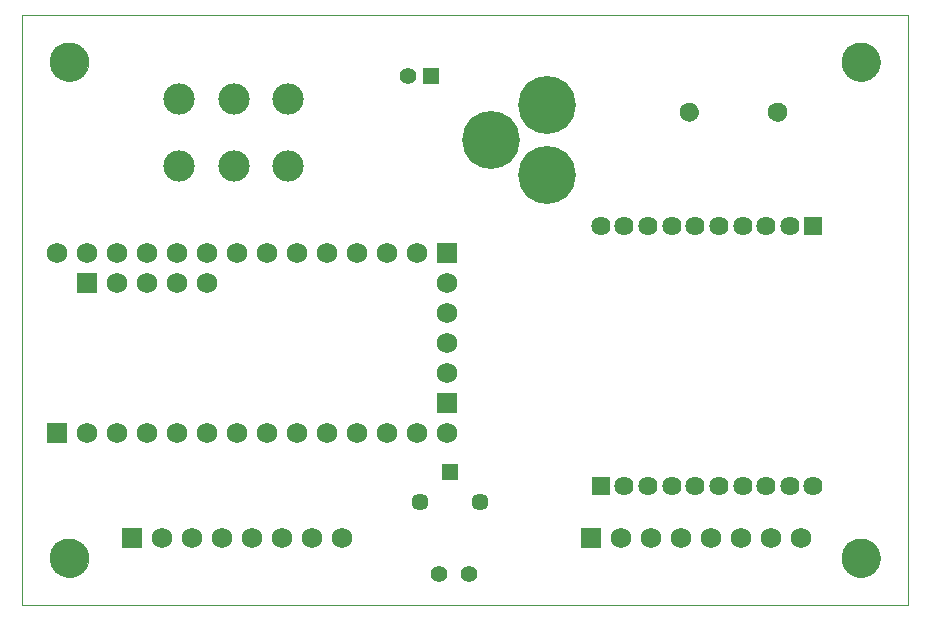
<source format=gbs>
G75*
%MOIN*%
%OFA0B0*%
%FSLAX25Y25*%
%IPPOS*%
%LPD*%
%AMOC8*
5,1,8,0,0,1.08239X$1,22.5*
%
%ADD10C,0.00000*%
%ADD11C,0.06306*%
%ADD12R,0.06900X0.06900*%
%ADD13C,0.06900*%
%ADD14C,0.12998*%
%ADD15R,0.06400X0.06400*%
%ADD16C,0.06400*%
%ADD17C,0.05550*%
%ADD18R,0.05550X0.05550*%
%ADD19C,0.19298*%
%ADD20C,0.05715*%
%ADD21R,0.05715X0.05715*%
%ADD22C,0.10439*%
D10*
X0048837Y0076492D02*
X0048837Y0273343D01*
X0344113Y0273343D01*
X0344113Y0076492D01*
X0048837Y0076492D01*
X0058286Y0092240D02*
X0058288Y0092398D01*
X0058294Y0092556D01*
X0058304Y0092714D01*
X0058318Y0092872D01*
X0058336Y0093029D01*
X0058357Y0093186D01*
X0058383Y0093342D01*
X0058413Y0093498D01*
X0058446Y0093653D01*
X0058484Y0093806D01*
X0058525Y0093959D01*
X0058570Y0094111D01*
X0058619Y0094262D01*
X0058672Y0094411D01*
X0058728Y0094559D01*
X0058788Y0094705D01*
X0058852Y0094850D01*
X0058920Y0094993D01*
X0058991Y0095135D01*
X0059065Y0095275D01*
X0059143Y0095412D01*
X0059225Y0095548D01*
X0059309Y0095682D01*
X0059398Y0095813D01*
X0059489Y0095942D01*
X0059584Y0096069D01*
X0059681Y0096194D01*
X0059782Y0096316D01*
X0059886Y0096435D01*
X0059993Y0096552D01*
X0060103Y0096666D01*
X0060216Y0096777D01*
X0060331Y0096886D01*
X0060449Y0096991D01*
X0060570Y0097093D01*
X0060693Y0097193D01*
X0060819Y0097289D01*
X0060947Y0097382D01*
X0061077Y0097472D01*
X0061210Y0097558D01*
X0061345Y0097642D01*
X0061481Y0097721D01*
X0061620Y0097798D01*
X0061761Y0097870D01*
X0061903Y0097940D01*
X0062047Y0098005D01*
X0062193Y0098067D01*
X0062340Y0098125D01*
X0062489Y0098180D01*
X0062639Y0098231D01*
X0062790Y0098278D01*
X0062942Y0098321D01*
X0063095Y0098360D01*
X0063250Y0098396D01*
X0063405Y0098427D01*
X0063561Y0098455D01*
X0063717Y0098479D01*
X0063874Y0098499D01*
X0064032Y0098515D01*
X0064189Y0098527D01*
X0064348Y0098535D01*
X0064506Y0098539D01*
X0064664Y0098539D01*
X0064822Y0098535D01*
X0064981Y0098527D01*
X0065138Y0098515D01*
X0065296Y0098499D01*
X0065453Y0098479D01*
X0065609Y0098455D01*
X0065765Y0098427D01*
X0065920Y0098396D01*
X0066075Y0098360D01*
X0066228Y0098321D01*
X0066380Y0098278D01*
X0066531Y0098231D01*
X0066681Y0098180D01*
X0066830Y0098125D01*
X0066977Y0098067D01*
X0067123Y0098005D01*
X0067267Y0097940D01*
X0067409Y0097870D01*
X0067550Y0097798D01*
X0067689Y0097721D01*
X0067825Y0097642D01*
X0067960Y0097558D01*
X0068093Y0097472D01*
X0068223Y0097382D01*
X0068351Y0097289D01*
X0068477Y0097193D01*
X0068600Y0097093D01*
X0068721Y0096991D01*
X0068839Y0096886D01*
X0068954Y0096777D01*
X0069067Y0096666D01*
X0069177Y0096552D01*
X0069284Y0096435D01*
X0069388Y0096316D01*
X0069489Y0096194D01*
X0069586Y0096069D01*
X0069681Y0095942D01*
X0069772Y0095813D01*
X0069861Y0095682D01*
X0069945Y0095548D01*
X0070027Y0095412D01*
X0070105Y0095275D01*
X0070179Y0095135D01*
X0070250Y0094993D01*
X0070318Y0094850D01*
X0070382Y0094705D01*
X0070442Y0094559D01*
X0070498Y0094411D01*
X0070551Y0094262D01*
X0070600Y0094111D01*
X0070645Y0093959D01*
X0070686Y0093806D01*
X0070724Y0093653D01*
X0070757Y0093498D01*
X0070787Y0093342D01*
X0070813Y0093186D01*
X0070834Y0093029D01*
X0070852Y0092872D01*
X0070866Y0092714D01*
X0070876Y0092556D01*
X0070882Y0092398D01*
X0070884Y0092240D01*
X0070882Y0092082D01*
X0070876Y0091924D01*
X0070866Y0091766D01*
X0070852Y0091608D01*
X0070834Y0091451D01*
X0070813Y0091294D01*
X0070787Y0091138D01*
X0070757Y0090982D01*
X0070724Y0090827D01*
X0070686Y0090674D01*
X0070645Y0090521D01*
X0070600Y0090369D01*
X0070551Y0090218D01*
X0070498Y0090069D01*
X0070442Y0089921D01*
X0070382Y0089775D01*
X0070318Y0089630D01*
X0070250Y0089487D01*
X0070179Y0089345D01*
X0070105Y0089205D01*
X0070027Y0089068D01*
X0069945Y0088932D01*
X0069861Y0088798D01*
X0069772Y0088667D01*
X0069681Y0088538D01*
X0069586Y0088411D01*
X0069489Y0088286D01*
X0069388Y0088164D01*
X0069284Y0088045D01*
X0069177Y0087928D01*
X0069067Y0087814D01*
X0068954Y0087703D01*
X0068839Y0087594D01*
X0068721Y0087489D01*
X0068600Y0087387D01*
X0068477Y0087287D01*
X0068351Y0087191D01*
X0068223Y0087098D01*
X0068093Y0087008D01*
X0067960Y0086922D01*
X0067825Y0086838D01*
X0067689Y0086759D01*
X0067550Y0086682D01*
X0067409Y0086610D01*
X0067267Y0086540D01*
X0067123Y0086475D01*
X0066977Y0086413D01*
X0066830Y0086355D01*
X0066681Y0086300D01*
X0066531Y0086249D01*
X0066380Y0086202D01*
X0066228Y0086159D01*
X0066075Y0086120D01*
X0065920Y0086084D01*
X0065765Y0086053D01*
X0065609Y0086025D01*
X0065453Y0086001D01*
X0065296Y0085981D01*
X0065138Y0085965D01*
X0064981Y0085953D01*
X0064822Y0085945D01*
X0064664Y0085941D01*
X0064506Y0085941D01*
X0064348Y0085945D01*
X0064189Y0085953D01*
X0064032Y0085965D01*
X0063874Y0085981D01*
X0063717Y0086001D01*
X0063561Y0086025D01*
X0063405Y0086053D01*
X0063250Y0086084D01*
X0063095Y0086120D01*
X0062942Y0086159D01*
X0062790Y0086202D01*
X0062639Y0086249D01*
X0062489Y0086300D01*
X0062340Y0086355D01*
X0062193Y0086413D01*
X0062047Y0086475D01*
X0061903Y0086540D01*
X0061761Y0086610D01*
X0061620Y0086682D01*
X0061481Y0086759D01*
X0061345Y0086838D01*
X0061210Y0086922D01*
X0061077Y0087008D01*
X0060947Y0087098D01*
X0060819Y0087191D01*
X0060693Y0087287D01*
X0060570Y0087387D01*
X0060449Y0087489D01*
X0060331Y0087594D01*
X0060216Y0087703D01*
X0060103Y0087814D01*
X0059993Y0087928D01*
X0059886Y0088045D01*
X0059782Y0088164D01*
X0059681Y0088286D01*
X0059584Y0088411D01*
X0059489Y0088538D01*
X0059398Y0088667D01*
X0059309Y0088798D01*
X0059225Y0088932D01*
X0059143Y0089068D01*
X0059065Y0089205D01*
X0058991Y0089345D01*
X0058920Y0089487D01*
X0058852Y0089630D01*
X0058788Y0089775D01*
X0058728Y0089921D01*
X0058672Y0090069D01*
X0058619Y0090218D01*
X0058570Y0090369D01*
X0058525Y0090521D01*
X0058484Y0090674D01*
X0058446Y0090827D01*
X0058413Y0090982D01*
X0058383Y0091138D01*
X0058357Y0091294D01*
X0058336Y0091451D01*
X0058318Y0091608D01*
X0058304Y0091766D01*
X0058294Y0091924D01*
X0058288Y0092082D01*
X0058286Y0092240D01*
X0268120Y0240992D02*
X0268122Y0241100D01*
X0268128Y0241209D01*
X0268138Y0241317D01*
X0268152Y0241424D01*
X0268170Y0241531D01*
X0268191Y0241638D01*
X0268217Y0241743D01*
X0268247Y0241848D01*
X0268280Y0241951D01*
X0268317Y0242053D01*
X0268358Y0242153D01*
X0268402Y0242252D01*
X0268451Y0242350D01*
X0268502Y0242445D01*
X0268557Y0242538D01*
X0268616Y0242630D01*
X0268678Y0242719D01*
X0268743Y0242806D01*
X0268811Y0242890D01*
X0268882Y0242972D01*
X0268956Y0243051D01*
X0269033Y0243127D01*
X0269113Y0243201D01*
X0269196Y0243271D01*
X0269281Y0243339D01*
X0269368Y0243403D01*
X0269458Y0243464D01*
X0269550Y0243522D01*
X0269644Y0243576D01*
X0269740Y0243627D01*
X0269837Y0243674D01*
X0269937Y0243718D01*
X0270038Y0243758D01*
X0270140Y0243794D01*
X0270243Y0243826D01*
X0270348Y0243855D01*
X0270454Y0243879D01*
X0270560Y0243900D01*
X0270667Y0243917D01*
X0270775Y0243930D01*
X0270883Y0243939D01*
X0270992Y0243944D01*
X0271100Y0243945D01*
X0271209Y0243942D01*
X0271317Y0243935D01*
X0271425Y0243924D01*
X0271532Y0243909D01*
X0271639Y0243890D01*
X0271745Y0243867D01*
X0271850Y0243841D01*
X0271955Y0243810D01*
X0272057Y0243776D01*
X0272159Y0243738D01*
X0272259Y0243696D01*
X0272358Y0243651D01*
X0272455Y0243602D01*
X0272549Y0243549D01*
X0272642Y0243493D01*
X0272733Y0243434D01*
X0272822Y0243371D01*
X0272908Y0243306D01*
X0272992Y0243237D01*
X0273073Y0243165D01*
X0273151Y0243090D01*
X0273227Y0243012D01*
X0273300Y0242931D01*
X0273370Y0242848D01*
X0273436Y0242763D01*
X0273500Y0242675D01*
X0273560Y0242584D01*
X0273617Y0242492D01*
X0273670Y0242397D01*
X0273720Y0242301D01*
X0273766Y0242203D01*
X0273809Y0242103D01*
X0273848Y0242002D01*
X0273883Y0241899D01*
X0273915Y0241796D01*
X0273942Y0241691D01*
X0273966Y0241585D01*
X0273986Y0241478D01*
X0274002Y0241371D01*
X0274014Y0241263D01*
X0274022Y0241155D01*
X0274026Y0241046D01*
X0274026Y0240938D01*
X0274022Y0240829D01*
X0274014Y0240721D01*
X0274002Y0240613D01*
X0273986Y0240506D01*
X0273966Y0240399D01*
X0273942Y0240293D01*
X0273915Y0240188D01*
X0273883Y0240085D01*
X0273848Y0239982D01*
X0273809Y0239881D01*
X0273766Y0239781D01*
X0273720Y0239683D01*
X0273670Y0239587D01*
X0273617Y0239492D01*
X0273560Y0239400D01*
X0273500Y0239309D01*
X0273436Y0239221D01*
X0273370Y0239136D01*
X0273300Y0239053D01*
X0273227Y0238972D01*
X0273151Y0238894D01*
X0273073Y0238819D01*
X0272992Y0238747D01*
X0272908Y0238678D01*
X0272822Y0238613D01*
X0272733Y0238550D01*
X0272642Y0238491D01*
X0272550Y0238435D01*
X0272455Y0238382D01*
X0272358Y0238333D01*
X0272259Y0238288D01*
X0272159Y0238246D01*
X0272057Y0238208D01*
X0271955Y0238174D01*
X0271850Y0238143D01*
X0271745Y0238117D01*
X0271639Y0238094D01*
X0271532Y0238075D01*
X0271425Y0238060D01*
X0271317Y0238049D01*
X0271209Y0238042D01*
X0271100Y0238039D01*
X0270992Y0238040D01*
X0270883Y0238045D01*
X0270775Y0238054D01*
X0270667Y0238067D01*
X0270560Y0238084D01*
X0270454Y0238105D01*
X0270348Y0238129D01*
X0270243Y0238158D01*
X0270140Y0238190D01*
X0270038Y0238226D01*
X0269937Y0238266D01*
X0269837Y0238310D01*
X0269740Y0238357D01*
X0269644Y0238408D01*
X0269550Y0238462D01*
X0269458Y0238520D01*
X0269368Y0238581D01*
X0269281Y0238645D01*
X0269196Y0238713D01*
X0269113Y0238783D01*
X0269033Y0238857D01*
X0268956Y0238933D01*
X0268882Y0239012D01*
X0268811Y0239094D01*
X0268743Y0239178D01*
X0268678Y0239265D01*
X0268616Y0239354D01*
X0268557Y0239446D01*
X0268502Y0239539D01*
X0268451Y0239634D01*
X0268402Y0239732D01*
X0268358Y0239831D01*
X0268317Y0239931D01*
X0268280Y0240033D01*
X0268247Y0240136D01*
X0268217Y0240241D01*
X0268191Y0240346D01*
X0268170Y0240453D01*
X0268152Y0240560D01*
X0268138Y0240667D01*
X0268128Y0240775D01*
X0268122Y0240884D01*
X0268120Y0240992D01*
X0297648Y0240992D02*
X0297650Y0241100D01*
X0297656Y0241209D01*
X0297666Y0241317D01*
X0297680Y0241424D01*
X0297698Y0241531D01*
X0297719Y0241638D01*
X0297745Y0241743D01*
X0297775Y0241848D01*
X0297808Y0241951D01*
X0297845Y0242053D01*
X0297886Y0242153D01*
X0297930Y0242252D01*
X0297979Y0242350D01*
X0298030Y0242445D01*
X0298085Y0242538D01*
X0298144Y0242630D01*
X0298206Y0242719D01*
X0298271Y0242806D01*
X0298339Y0242890D01*
X0298410Y0242972D01*
X0298484Y0243051D01*
X0298561Y0243127D01*
X0298641Y0243201D01*
X0298724Y0243271D01*
X0298809Y0243339D01*
X0298896Y0243403D01*
X0298986Y0243464D01*
X0299078Y0243522D01*
X0299172Y0243576D01*
X0299268Y0243627D01*
X0299365Y0243674D01*
X0299465Y0243718D01*
X0299566Y0243758D01*
X0299668Y0243794D01*
X0299771Y0243826D01*
X0299876Y0243855D01*
X0299982Y0243879D01*
X0300088Y0243900D01*
X0300195Y0243917D01*
X0300303Y0243930D01*
X0300411Y0243939D01*
X0300520Y0243944D01*
X0300628Y0243945D01*
X0300737Y0243942D01*
X0300845Y0243935D01*
X0300953Y0243924D01*
X0301060Y0243909D01*
X0301167Y0243890D01*
X0301273Y0243867D01*
X0301378Y0243841D01*
X0301483Y0243810D01*
X0301585Y0243776D01*
X0301687Y0243738D01*
X0301787Y0243696D01*
X0301886Y0243651D01*
X0301983Y0243602D01*
X0302077Y0243549D01*
X0302170Y0243493D01*
X0302261Y0243434D01*
X0302350Y0243371D01*
X0302436Y0243306D01*
X0302520Y0243237D01*
X0302601Y0243165D01*
X0302679Y0243090D01*
X0302755Y0243012D01*
X0302828Y0242931D01*
X0302898Y0242848D01*
X0302964Y0242763D01*
X0303028Y0242675D01*
X0303088Y0242584D01*
X0303145Y0242492D01*
X0303198Y0242397D01*
X0303248Y0242301D01*
X0303294Y0242203D01*
X0303337Y0242103D01*
X0303376Y0242002D01*
X0303411Y0241899D01*
X0303443Y0241796D01*
X0303470Y0241691D01*
X0303494Y0241585D01*
X0303514Y0241478D01*
X0303530Y0241371D01*
X0303542Y0241263D01*
X0303550Y0241155D01*
X0303554Y0241046D01*
X0303554Y0240938D01*
X0303550Y0240829D01*
X0303542Y0240721D01*
X0303530Y0240613D01*
X0303514Y0240506D01*
X0303494Y0240399D01*
X0303470Y0240293D01*
X0303443Y0240188D01*
X0303411Y0240085D01*
X0303376Y0239982D01*
X0303337Y0239881D01*
X0303294Y0239781D01*
X0303248Y0239683D01*
X0303198Y0239587D01*
X0303145Y0239492D01*
X0303088Y0239400D01*
X0303028Y0239309D01*
X0302964Y0239221D01*
X0302898Y0239136D01*
X0302828Y0239053D01*
X0302755Y0238972D01*
X0302679Y0238894D01*
X0302601Y0238819D01*
X0302520Y0238747D01*
X0302436Y0238678D01*
X0302350Y0238613D01*
X0302261Y0238550D01*
X0302170Y0238491D01*
X0302078Y0238435D01*
X0301983Y0238382D01*
X0301886Y0238333D01*
X0301787Y0238288D01*
X0301687Y0238246D01*
X0301585Y0238208D01*
X0301483Y0238174D01*
X0301378Y0238143D01*
X0301273Y0238117D01*
X0301167Y0238094D01*
X0301060Y0238075D01*
X0300953Y0238060D01*
X0300845Y0238049D01*
X0300737Y0238042D01*
X0300628Y0238039D01*
X0300520Y0238040D01*
X0300411Y0238045D01*
X0300303Y0238054D01*
X0300195Y0238067D01*
X0300088Y0238084D01*
X0299982Y0238105D01*
X0299876Y0238129D01*
X0299771Y0238158D01*
X0299668Y0238190D01*
X0299566Y0238226D01*
X0299465Y0238266D01*
X0299365Y0238310D01*
X0299268Y0238357D01*
X0299172Y0238408D01*
X0299078Y0238462D01*
X0298986Y0238520D01*
X0298896Y0238581D01*
X0298809Y0238645D01*
X0298724Y0238713D01*
X0298641Y0238783D01*
X0298561Y0238857D01*
X0298484Y0238933D01*
X0298410Y0239012D01*
X0298339Y0239094D01*
X0298271Y0239178D01*
X0298206Y0239265D01*
X0298144Y0239354D01*
X0298085Y0239446D01*
X0298030Y0239539D01*
X0297979Y0239634D01*
X0297930Y0239732D01*
X0297886Y0239831D01*
X0297845Y0239931D01*
X0297808Y0240033D01*
X0297775Y0240136D01*
X0297745Y0240241D01*
X0297719Y0240346D01*
X0297698Y0240453D01*
X0297680Y0240560D01*
X0297666Y0240667D01*
X0297656Y0240775D01*
X0297650Y0240884D01*
X0297648Y0240992D01*
X0322066Y0257594D02*
X0322068Y0257752D01*
X0322074Y0257910D01*
X0322084Y0258068D01*
X0322098Y0258226D01*
X0322116Y0258383D01*
X0322137Y0258540D01*
X0322163Y0258696D01*
X0322193Y0258852D01*
X0322226Y0259007D01*
X0322264Y0259160D01*
X0322305Y0259313D01*
X0322350Y0259465D01*
X0322399Y0259616D01*
X0322452Y0259765D01*
X0322508Y0259913D01*
X0322568Y0260059D01*
X0322632Y0260204D01*
X0322700Y0260347D01*
X0322771Y0260489D01*
X0322845Y0260629D01*
X0322923Y0260766D01*
X0323005Y0260902D01*
X0323089Y0261036D01*
X0323178Y0261167D01*
X0323269Y0261296D01*
X0323364Y0261423D01*
X0323461Y0261548D01*
X0323562Y0261670D01*
X0323666Y0261789D01*
X0323773Y0261906D01*
X0323883Y0262020D01*
X0323996Y0262131D01*
X0324111Y0262240D01*
X0324229Y0262345D01*
X0324350Y0262447D01*
X0324473Y0262547D01*
X0324599Y0262643D01*
X0324727Y0262736D01*
X0324857Y0262826D01*
X0324990Y0262912D01*
X0325125Y0262996D01*
X0325261Y0263075D01*
X0325400Y0263152D01*
X0325541Y0263224D01*
X0325683Y0263294D01*
X0325827Y0263359D01*
X0325973Y0263421D01*
X0326120Y0263479D01*
X0326269Y0263534D01*
X0326419Y0263585D01*
X0326570Y0263632D01*
X0326722Y0263675D01*
X0326875Y0263714D01*
X0327030Y0263750D01*
X0327185Y0263781D01*
X0327341Y0263809D01*
X0327497Y0263833D01*
X0327654Y0263853D01*
X0327812Y0263869D01*
X0327969Y0263881D01*
X0328128Y0263889D01*
X0328286Y0263893D01*
X0328444Y0263893D01*
X0328602Y0263889D01*
X0328761Y0263881D01*
X0328918Y0263869D01*
X0329076Y0263853D01*
X0329233Y0263833D01*
X0329389Y0263809D01*
X0329545Y0263781D01*
X0329700Y0263750D01*
X0329855Y0263714D01*
X0330008Y0263675D01*
X0330160Y0263632D01*
X0330311Y0263585D01*
X0330461Y0263534D01*
X0330610Y0263479D01*
X0330757Y0263421D01*
X0330903Y0263359D01*
X0331047Y0263294D01*
X0331189Y0263224D01*
X0331330Y0263152D01*
X0331469Y0263075D01*
X0331605Y0262996D01*
X0331740Y0262912D01*
X0331873Y0262826D01*
X0332003Y0262736D01*
X0332131Y0262643D01*
X0332257Y0262547D01*
X0332380Y0262447D01*
X0332501Y0262345D01*
X0332619Y0262240D01*
X0332734Y0262131D01*
X0332847Y0262020D01*
X0332957Y0261906D01*
X0333064Y0261789D01*
X0333168Y0261670D01*
X0333269Y0261548D01*
X0333366Y0261423D01*
X0333461Y0261296D01*
X0333552Y0261167D01*
X0333641Y0261036D01*
X0333725Y0260902D01*
X0333807Y0260766D01*
X0333885Y0260629D01*
X0333959Y0260489D01*
X0334030Y0260347D01*
X0334098Y0260204D01*
X0334162Y0260059D01*
X0334222Y0259913D01*
X0334278Y0259765D01*
X0334331Y0259616D01*
X0334380Y0259465D01*
X0334425Y0259313D01*
X0334466Y0259160D01*
X0334504Y0259007D01*
X0334537Y0258852D01*
X0334567Y0258696D01*
X0334593Y0258540D01*
X0334614Y0258383D01*
X0334632Y0258226D01*
X0334646Y0258068D01*
X0334656Y0257910D01*
X0334662Y0257752D01*
X0334664Y0257594D01*
X0334662Y0257436D01*
X0334656Y0257278D01*
X0334646Y0257120D01*
X0334632Y0256962D01*
X0334614Y0256805D01*
X0334593Y0256648D01*
X0334567Y0256492D01*
X0334537Y0256336D01*
X0334504Y0256181D01*
X0334466Y0256028D01*
X0334425Y0255875D01*
X0334380Y0255723D01*
X0334331Y0255572D01*
X0334278Y0255423D01*
X0334222Y0255275D01*
X0334162Y0255129D01*
X0334098Y0254984D01*
X0334030Y0254841D01*
X0333959Y0254699D01*
X0333885Y0254559D01*
X0333807Y0254422D01*
X0333725Y0254286D01*
X0333641Y0254152D01*
X0333552Y0254021D01*
X0333461Y0253892D01*
X0333366Y0253765D01*
X0333269Y0253640D01*
X0333168Y0253518D01*
X0333064Y0253399D01*
X0332957Y0253282D01*
X0332847Y0253168D01*
X0332734Y0253057D01*
X0332619Y0252948D01*
X0332501Y0252843D01*
X0332380Y0252741D01*
X0332257Y0252641D01*
X0332131Y0252545D01*
X0332003Y0252452D01*
X0331873Y0252362D01*
X0331740Y0252276D01*
X0331605Y0252192D01*
X0331469Y0252113D01*
X0331330Y0252036D01*
X0331189Y0251964D01*
X0331047Y0251894D01*
X0330903Y0251829D01*
X0330757Y0251767D01*
X0330610Y0251709D01*
X0330461Y0251654D01*
X0330311Y0251603D01*
X0330160Y0251556D01*
X0330008Y0251513D01*
X0329855Y0251474D01*
X0329700Y0251438D01*
X0329545Y0251407D01*
X0329389Y0251379D01*
X0329233Y0251355D01*
X0329076Y0251335D01*
X0328918Y0251319D01*
X0328761Y0251307D01*
X0328602Y0251299D01*
X0328444Y0251295D01*
X0328286Y0251295D01*
X0328128Y0251299D01*
X0327969Y0251307D01*
X0327812Y0251319D01*
X0327654Y0251335D01*
X0327497Y0251355D01*
X0327341Y0251379D01*
X0327185Y0251407D01*
X0327030Y0251438D01*
X0326875Y0251474D01*
X0326722Y0251513D01*
X0326570Y0251556D01*
X0326419Y0251603D01*
X0326269Y0251654D01*
X0326120Y0251709D01*
X0325973Y0251767D01*
X0325827Y0251829D01*
X0325683Y0251894D01*
X0325541Y0251964D01*
X0325400Y0252036D01*
X0325261Y0252113D01*
X0325125Y0252192D01*
X0324990Y0252276D01*
X0324857Y0252362D01*
X0324727Y0252452D01*
X0324599Y0252545D01*
X0324473Y0252641D01*
X0324350Y0252741D01*
X0324229Y0252843D01*
X0324111Y0252948D01*
X0323996Y0253057D01*
X0323883Y0253168D01*
X0323773Y0253282D01*
X0323666Y0253399D01*
X0323562Y0253518D01*
X0323461Y0253640D01*
X0323364Y0253765D01*
X0323269Y0253892D01*
X0323178Y0254021D01*
X0323089Y0254152D01*
X0323005Y0254286D01*
X0322923Y0254422D01*
X0322845Y0254559D01*
X0322771Y0254699D01*
X0322700Y0254841D01*
X0322632Y0254984D01*
X0322568Y0255129D01*
X0322508Y0255275D01*
X0322452Y0255423D01*
X0322399Y0255572D01*
X0322350Y0255723D01*
X0322305Y0255875D01*
X0322264Y0256028D01*
X0322226Y0256181D01*
X0322193Y0256336D01*
X0322163Y0256492D01*
X0322137Y0256648D01*
X0322116Y0256805D01*
X0322098Y0256962D01*
X0322084Y0257120D01*
X0322074Y0257278D01*
X0322068Y0257436D01*
X0322066Y0257594D01*
X0322066Y0092240D02*
X0322068Y0092398D01*
X0322074Y0092556D01*
X0322084Y0092714D01*
X0322098Y0092872D01*
X0322116Y0093029D01*
X0322137Y0093186D01*
X0322163Y0093342D01*
X0322193Y0093498D01*
X0322226Y0093653D01*
X0322264Y0093806D01*
X0322305Y0093959D01*
X0322350Y0094111D01*
X0322399Y0094262D01*
X0322452Y0094411D01*
X0322508Y0094559D01*
X0322568Y0094705D01*
X0322632Y0094850D01*
X0322700Y0094993D01*
X0322771Y0095135D01*
X0322845Y0095275D01*
X0322923Y0095412D01*
X0323005Y0095548D01*
X0323089Y0095682D01*
X0323178Y0095813D01*
X0323269Y0095942D01*
X0323364Y0096069D01*
X0323461Y0096194D01*
X0323562Y0096316D01*
X0323666Y0096435D01*
X0323773Y0096552D01*
X0323883Y0096666D01*
X0323996Y0096777D01*
X0324111Y0096886D01*
X0324229Y0096991D01*
X0324350Y0097093D01*
X0324473Y0097193D01*
X0324599Y0097289D01*
X0324727Y0097382D01*
X0324857Y0097472D01*
X0324990Y0097558D01*
X0325125Y0097642D01*
X0325261Y0097721D01*
X0325400Y0097798D01*
X0325541Y0097870D01*
X0325683Y0097940D01*
X0325827Y0098005D01*
X0325973Y0098067D01*
X0326120Y0098125D01*
X0326269Y0098180D01*
X0326419Y0098231D01*
X0326570Y0098278D01*
X0326722Y0098321D01*
X0326875Y0098360D01*
X0327030Y0098396D01*
X0327185Y0098427D01*
X0327341Y0098455D01*
X0327497Y0098479D01*
X0327654Y0098499D01*
X0327812Y0098515D01*
X0327969Y0098527D01*
X0328128Y0098535D01*
X0328286Y0098539D01*
X0328444Y0098539D01*
X0328602Y0098535D01*
X0328761Y0098527D01*
X0328918Y0098515D01*
X0329076Y0098499D01*
X0329233Y0098479D01*
X0329389Y0098455D01*
X0329545Y0098427D01*
X0329700Y0098396D01*
X0329855Y0098360D01*
X0330008Y0098321D01*
X0330160Y0098278D01*
X0330311Y0098231D01*
X0330461Y0098180D01*
X0330610Y0098125D01*
X0330757Y0098067D01*
X0330903Y0098005D01*
X0331047Y0097940D01*
X0331189Y0097870D01*
X0331330Y0097798D01*
X0331469Y0097721D01*
X0331605Y0097642D01*
X0331740Y0097558D01*
X0331873Y0097472D01*
X0332003Y0097382D01*
X0332131Y0097289D01*
X0332257Y0097193D01*
X0332380Y0097093D01*
X0332501Y0096991D01*
X0332619Y0096886D01*
X0332734Y0096777D01*
X0332847Y0096666D01*
X0332957Y0096552D01*
X0333064Y0096435D01*
X0333168Y0096316D01*
X0333269Y0096194D01*
X0333366Y0096069D01*
X0333461Y0095942D01*
X0333552Y0095813D01*
X0333641Y0095682D01*
X0333725Y0095548D01*
X0333807Y0095412D01*
X0333885Y0095275D01*
X0333959Y0095135D01*
X0334030Y0094993D01*
X0334098Y0094850D01*
X0334162Y0094705D01*
X0334222Y0094559D01*
X0334278Y0094411D01*
X0334331Y0094262D01*
X0334380Y0094111D01*
X0334425Y0093959D01*
X0334466Y0093806D01*
X0334504Y0093653D01*
X0334537Y0093498D01*
X0334567Y0093342D01*
X0334593Y0093186D01*
X0334614Y0093029D01*
X0334632Y0092872D01*
X0334646Y0092714D01*
X0334656Y0092556D01*
X0334662Y0092398D01*
X0334664Y0092240D01*
X0334662Y0092082D01*
X0334656Y0091924D01*
X0334646Y0091766D01*
X0334632Y0091608D01*
X0334614Y0091451D01*
X0334593Y0091294D01*
X0334567Y0091138D01*
X0334537Y0090982D01*
X0334504Y0090827D01*
X0334466Y0090674D01*
X0334425Y0090521D01*
X0334380Y0090369D01*
X0334331Y0090218D01*
X0334278Y0090069D01*
X0334222Y0089921D01*
X0334162Y0089775D01*
X0334098Y0089630D01*
X0334030Y0089487D01*
X0333959Y0089345D01*
X0333885Y0089205D01*
X0333807Y0089068D01*
X0333725Y0088932D01*
X0333641Y0088798D01*
X0333552Y0088667D01*
X0333461Y0088538D01*
X0333366Y0088411D01*
X0333269Y0088286D01*
X0333168Y0088164D01*
X0333064Y0088045D01*
X0332957Y0087928D01*
X0332847Y0087814D01*
X0332734Y0087703D01*
X0332619Y0087594D01*
X0332501Y0087489D01*
X0332380Y0087387D01*
X0332257Y0087287D01*
X0332131Y0087191D01*
X0332003Y0087098D01*
X0331873Y0087008D01*
X0331740Y0086922D01*
X0331605Y0086838D01*
X0331469Y0086759D01*
X0331330Y0086682D01*
X0331189Y0086610D01*
X0331047Y0086540D01*
X0330903Y0086475D01*
X0330757Y0086413D01*
X0330610Y0086355D01*
X0330461Y0086300D01*
X0330311Y0086249D01*
X0330160Y0086202D01*
X0330008Y0086159D01*
X0329855Y0086120D01*
X0329700Y0086084D01*
X0329545Y0086053D01*
X0329389Y0086025D01*
X0329233Y0086001D01*
X0329076Y0085981D01*
X0328918Y0085965D01*
X0328761Y0085953D01*
X0328602Y0085945D01*
X0328444Y0085941D01*
X0328286Y0085941D01*
X0328128Y0085945D01*
X0327969Y0085953D01*
X0327812Y0085965D01*
X0327654Y0085981D01*
X0327497Y0086001D01*
X0327341Y0086025D01*
X0327185Y0086053D01*
X0327030Y0086084D01*
X0326875Y0086120D01*
X0326722Y0086159D01*
X0326570Y0086202D01*
X0326419Y0086249D01*
X0326269Y0086300D01*
X0326120Y0086355D01*
X0325973Y0086413D01*
X0325827Y0086475D01*
X0325683Y0086540D01*
X0325541Y0086610D01*
X0325400Y0086682D01*
X0325261Y0086759D01*
X0325125Y0086838D01*
X0324990Y0086922D01*
X0324857Y0087008D01*
X0324727Y0087098D01*
X0324599Y0087191D01*
X0324473Y0087287D01*
X0324350Y0087387D01*
X0324229Y0087489D01*
X0324111Y0087594D01*
X0323996Y0087703D01*
X0323883Y0087814D01*
X0323773Y0087928D01*
X0323666Y0088045D01*
X0323562Y0088164D01*
X0323461Y0088286D01*
X0323364Y0088411D01*
X0323269Y0088538D01*
X0323178Y0088667D01*
X0323089Y0088798D01*
X0323005Y0088932D01*
X0322923Y0089068D01*
X0322845Y0089205D01*
X0322771Y0089345D01*
X0322700Y0089487D01*
X0322632Y0089630D01*
X0322568Y0089775D01*
X0322508Y0089921D01*
X0322452Y0090069D01*
X0322399Y0090218D01*
X0322350Y0090369D01*
X0322305Y0090521D01*
X0322264Y0090674D01*
X0322226Y0090827D01*
X0322193Y0090982D01*
X0322163Y0091138D01*
X0322137Y0091294D01*
X0322116Y0091451D01*
X0322098Y0091608D01*
X0322084Y0091766D01*
X0322074Y0091924D01*
X0322068Y0092082D01*
X0322066Y0092240D01*
X0058286Y0257594D02*
X0058288Y0257752D01*
X0058294Y0257910D01*
X0058304Y0258068D01*
X0058318Y0258226D01*
X0058336Y0258383D01*
X0058357Y0258540D01*
X0058383Y0258696D01*
X0058413Y0258852D01*
X0058446Y0259007D01*
X0058484Y0259160D01*
X0058525Y0259313D01*
X0058570Y0259465D01*
X0058619Y0259616D01*
X0058672Y0259765D01*
X0058728Y0259913D01*
X0058788Y0260059D01*
X0058852Y0260204D01*
X0058920Y0260347D01*
X0058991Y0260489D01*
X0059065Y0260629D01*
X0059143Y0260766D01*
X0059225Y0260902D01*
X0059309Y0261036D01*
X0059398Y0261167D01*
X0059489Y0261296D01*
X0059584Y0261423D01*
X0059681Y0261548D01*
X0059782Y0261670D01*
X0059886Y0261789D01*
X0059993Y0261906D01*
X0060103Y0262020D01*
X0060216Y0262131D01*
X0060331Y0262240D01*
X0060449Y0262345D01*
X0060570Y0262447D01*
X0060693Y0262547D01*
X0060819Y0262643D01*
X0060947Y0262736D01*
X0061077Y0262826D01*
X0061210Y0262912D01*
X0061345Y0262996D01*
X0061481Y0263075D01*
X0061620Y0263152D01*
X0061761Y0263224D01*
X0061903Y0263294D01*
X0062047Y0263359D01*
X0062193Y0263421D01*
X0062340Y0263479D01*
X0062489Y0263534D01*
X0062639Y0263585D01*
X0062790Y0263632D01*
X0062942Y0263675D01*
X0063095Y0263714D01*
X0063250Y0263750D01*
X0063405Y0263781D01*
X0063561Y0263809D01*
X0063717Y0263833D01*
X0063874Y0263853D01*
X0064032Y0263869D01*
X0064189Y0263881D01*
X0064348Y0263889D01*
X0064506Y0263893D01*
X0064664Y0263893D01*
X0064822Y0263889D01*
X0064981Y0263881D01*
X0065138Y0263869D01*
X0065296Y0263853D01*
X0065453Y0263833D01*
X0065609Y0263809D01*
X0065765Y0263781D01*
X0065920Y0263750D01*
X0066075Y0263714D01*
X0066228Y0263675D01*
X0066380Y0263632D01*
X0066531Y0263585D01*
X0066681Y0263534D01*
X0066830Y0263479D01*
X0066977Y0263421D01*
X0067123Y0263359D01*
X0067267Y0263294D01*
X0067409Y0263224D01*
X0067550Y0263152D01*
X0067689Y0263075D01*
X0067825Y0262996D01*
X0067960Y0262912D01*
X0068093Y0262826D01*
X0068223Y0262736D01*
X0068351Y0262643D01*
X0068477Y0262547D01*
X0068600Y0262447D01*
X0068721Y0262345D01*
X0068839Y0262240D01*
X0068954Y0262131D01*
X0069067Y0262020D01*
X0069177Y0261906D01*
X0069284Y0261789D01*
X0069388Y0261670D01*
X0069489Y0261548D01*
X0069586Y0261423D01*
X0069681Y0261296D01*
X0069772Y0261167D01*
X0069861Y0261036D01*
X0069945Y0260902D01*
X0070027Y0260766D01*
X0070105Y0260629D01*
X0070179Y0260489D01*
X0070250Y0260347D01*
X0070318Y0260204D01*
X0070382Y0260059D01*
X0070442Y0259913D01*
X0070498Y0259765D01*
X0070551Y0259616D01*
X0070600Y0259465D01*
X0070645Y0259313D01*
X0070686Y0259160D01*
X0070724Y0259007D01*
X0070757Y0258852D01*
X0070787Y0258696D01*
X0070813Y0258540D01*
X0070834Y0258383D01*
X0070852Y0258226D01*
X0070866Y0258068D01*
X0070876Y0257910D01*
X0070882Y0257752D01*
X0070884Y0257594D01*
X0070882Y0257436D01*
X0070876Y0257278D01*
X0070866Y0257120D01*
X0070852Y0256962D01*
X0070834Y0256805D01*
X0070813Y0256648D01*
X0070787Y0256492D01*
X0070757Y0256336D01*
X0070724Y0256181D01*
X0070686Y0256028D01*
X0070645Y0255875D01*
X0070600Y0255723D01*
X0070551Y0255572D01*
X0070498Y0255423D01*
X0070442Y0255275D01*
X0070382Y0255129D01*
X0070318Y0254984D01*
X0070250Y0254841D01*
X0070179Y0254699D01*
X0070105Y0254559D01*
X0070027Y0254422D01*
X0069945Y0254286D01*
X0069861Y0254152D01*
X0069772Y0254021D01*
X0069681Y0253892D01*
X0069586Y0253765D01*
X0069489Y0253640D01*
X0069388Y0253518D01*
X0069284Y0253399D01*
X0069177Y0253282D01*
X0069067Y0253168D01*
X0068954Y0253057D01*
X0068839Y0252948D01*
X0068721Y0252843D01*
X0068600Y0252741D01*
X0068477Y0252641D01*
X0068351Y0252545D01*
X0068223Y0252452D01*
X0068093Y0252362D01*
X0067960Y0252276D01*
X0067825Y0252192D01*
X0067689Y0252113D01*
X0067550Y0252036D01*
X0067409Y0251964D01*
X0067267Y0251894D01*
X0067123Y0251829D01*
X0066977Y0251767D01*
X0066830Y0251709D01*
X0066681Y0251654D01*
X0066531Y0251603D01*
X0066380Y0251556D01*
X0066228Y0251513D01*
X0066075Y0251474D01*
X0065920Y0251438D01*
X0065765Y0251407D01*
X0065609Y0251379D01*
X0065453Y0251355D01*
X0065296Y0251335D01*
X0065138Y0251319D01*
X0064981Y0251307D01*
X0064822Y0251299D01*
X0064664Y0251295D01*
X0064506Y0251295D01*
X0064348Y0251299D01*
X0064189Y0251307D01*
X0064032Y0251319D01*
X0063874Y0251335D01*
X0063717Y0251355D01*
X0063561Y0251379D01*
X0063405Y0251407D01*
X0063250Y0251438D01*
X0063095Y0251474D01*
X0062942Y0251513D01*
X0062790Y0251556D01*
X0062639Y0251603D01*
X0062489Y0251654D01*
X0062340Y0251709D01*
X0062193Y0251767D01*
X0062047Y0251829D01*
X0061903Y0251894D01*
X0061761Y0251964D01*
X0061620Y0252036D01*
X0061481Y0252113D01*
X0061345Y0252192D01*
X0061210Y0252276D01*
X0061077Y0252362D01*
X0060947Y0252452D01*
X0060819Y0252545D01*
X0060693Y0252641D01*
X0060570Y0252741D01*
X0060449Y0252843D01*
X0060331Y0252948D01*
X0060216Y0253057D01*
X0060103Y0253168D01*
X0059993Y0253282D01*
X0059886Y0253399D01*
X0059782Y0253518D01*
X0059681Y0253640D01*
X0059584Y0253765D01*
X0059489Y0253892D01*
X0059398Y0254021D01*
X0059309Y0254152D01*
X0059225Y0254286D01*
X0059143Y0254422D01*
X0059065Y0254559D01*
X0058991Y0254699D01*
X0058920Y0254841D01*
X0058852Y0254984D01*
X0058788Y0255129D01*
X0058728Y0255275D01*
X0058672Y0255423D01*
X0058619Y0255572D01*
X0058570Y0255723D01*
X0058525Y0255875D01*
X0058484Y0256028D01*
X0058446Y0256181D01*
X0058413Y0256336D01*
X0058383Y0256492D01*
X0058357Y0256648D01*
X0058336Y0256805D01*
X0058318Y0256962D01*
X0058304Y0257120D01*
X0058294Y0257278D01*
X0058288Y0257436D01*
X0058286Y0257594D01*
D11*
X0271073Y0240992D03*
X0300601Y0240992D03*
D12*
X0190337Y0193992D03*
X0190337Y0143992D03*
X0238337Y0098992D03*
X0085337Y0098992D03*
X0060337Y0133992D03*
X0070337Y0183992D03*
D13*
X0080337Y0183992D03*
X0090337Y0183992D03*
X0100337Y0183992D03*
X0110337Y0183992D03*
X0110337Y0193992D03*
X0100337Y0193992D03*
X0090337Y0193992D03*
X0080337Y0193992D03*
X0070337Y0193992D03*
X0060337Y0193992D03*
X0120337Y0193992D03*
X0130337Y0193992D03*
X0140337Y0193992D03*
X0150337Y0193992D03*
X0160337Y0193992D03*
X0170337Y0193992D03*
X0180337Y0193992D03*
X0190337Y0183992D03*
X0190337Y0173992D03*
X0190337Y0163992D03*
X0190337Y0153992D03*
X0190337Y0133992D03*
X0180337Y0133992D03*
X0170337Y0133992D03*
X0160337Y0133992D03*
X0150337Y0133992D03*
X0140337Y0133992D03*
X0130337Y0133992D03*
X0120337Y0133992D03*
X0110337Y0133992D03*
X0100337Y0133992D03*
X0090337Y0133992D03*
X0080337Y0133992D03*
X0070337Y0133992D03*
X0095337Y0098992D03*
X0105337Y0098992D03*
X0115337Y0098992D03*
X0125337Y0098992D03*
X0135337Y0098992D03*
X0145337Y0098992D03*
X0155337Y0098992D03*
X0248337Y0098992D03*
X0258337Y0098992D03*
X0268337Y0098992D03*
X0278337Y0098992D03*
X0288337Y0098992D03*
X0298337Y0098992D03*
X0308337Y0098992D03*
D14*
X0328365Y0092240D03*
X0328365Y0257594D03*
X0064585Y0257594D03*
X0064585Y0092240D03*
D15*
X0241711Y0116185D03*
X0312577Y0202799D03*
D16*
X0304703Y0202799D03*
X0296829Y0202799D03*
X0288955Y0202799D03*
X0281081Y0202799D03*
X0273207Y0202799D03*
X0265333Y0202799D03*
X0257459Y0202799D03*
X0249585Y0202799D03*
X0241711Y0202799D03*
X0249585Y0116185D03*
X0257459Y0116185D03*
X0265333Y0116185D03*
X0273207Y0116185D03*
X0281081Y0116185D03*
X0288955Y0116185D03*
X0296829Y0116185D03*
X0304703Y0116185D03*
X0312577Y0116185D03*
D17*
X0197837Y0086992D03*
X0187837Y0086992D03*
X0177400Y0253039D03*
D18*
X0185274Y0253039D03*
D19*
X0205227Y0231728D03*
X0223731Y0243146D03*
X0223731Y0219917D03*
D20*
X0201337Y0111008D03*
X0181337Y0111008D03*
D21*
X0191337Y0120850D03*
D22*
X0137447Y0222772D03*
X0119337Y0222772D03*
X0101227Y0222772D03*
X0101227Y0245213D03*
X0119337Y0245213D03*
X0137447Y0245213D03*
M02*

</source>
